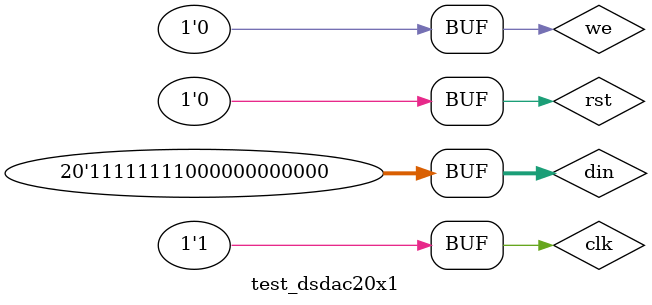
<source format=v>
`timescale 1ns / 1ps
module test_dsdac20x1;

	// Inputs
	reg [19:0] din;
	reg we;
	reg clk;
	reg rst;

	// Outputs
	wire aout;

	// Instantiate the Unit Under Test (UUT)
	dsdac20x1 uut (
		.din(din), 
		.we(we), 
		.clk(clk), 
		.rst(rst), 
		.aout(aout)
	);

	initial begin
		// Initialize Inputs
		din = 0;
		we = 0;
		clk = 0;
		rst = 0;

		// Wait 100 ns for global reset to finish
		#100;
        
		// Add stimulus here
		#5 clk = 0; rst = 1;
		#5 clk = 1;
		repeat (1000)
		begin
			#5 clk = 0; rst = 0;
			#5 clk = 1;
		end
		#5 clk = 0; we = 1; din = 20'h01000;
		#5 clk = 1;
		repeat (1000)
		begin
			#5 clk = 0; we = 0;
			#5 clk = 1;
		end
		#5 clk = 0; we = 1; din = 20'hFF000;
		#5 clk = 1;
		repeat (1000)
		begin
			#5 clk = 0; we = 0;
			#5 clk = 1;
		end

	end
      
endmodule


</source>
